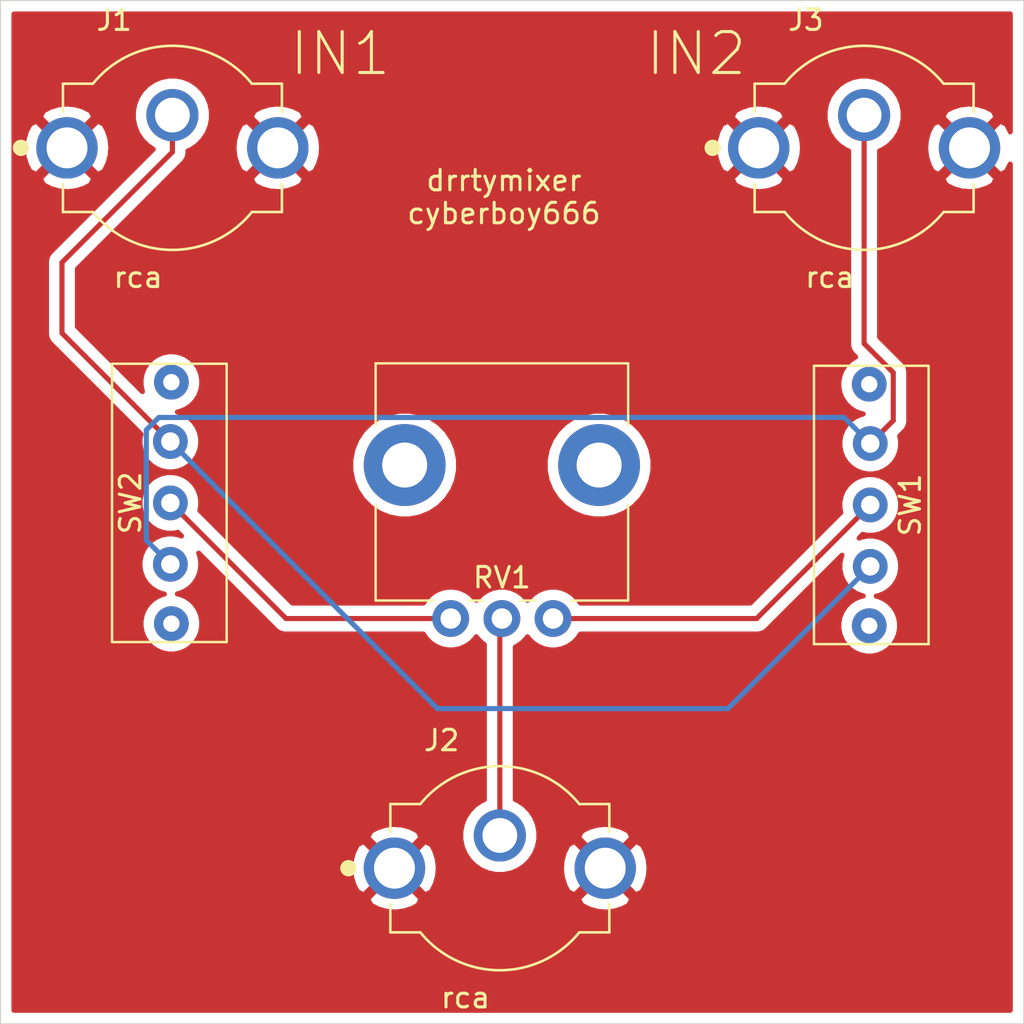
<source format=kicad_pcb>
(kicad_pcb (version 20171130) (host pcbnew "(5.1.4-0-10_14)")

  (general
    (thickness 1.6)
    (drawings 7)
    (tracks 24)
    (zones 0)
    (modules 6)
    (nets 7)
  )

  (page A4)
  (layers
    (0 F.Cu signal)
    (31 B.Cu signal)
    (32 B.Adhes user)
    (33 F.Adhes user)
    (34 B.Paste user)
    (35 F.Paste user)
    (36 B.SilkS user)
    (37 F.SilkS user)
    (38 B.Mask user)
    (39 F.Mask user)
    (40 Dwgs.User user)
    (41 Cmts.User user)
    (42 Eco1.User user)
    (43 Eco2.User user)
    (44 Edge.Cuts user)
    (45 Margin user)
    (46 B.CrtYd user)
    (47 F.CrtYd user)
    (48 B.Fab user)
    (49 F.Fab user)
  )

  (setup
    (last_trace_width 0.25)
    (user_trace_width 0.5)
    (trace_clearance 0.2)
    (zone_clearance 0.508)
    (zone_45_only no)
    (trace_min 0.2)
    (via_size 0.8)
    (via_drill 0.4)
    (via_min_size 0.4)
    (via_min_drill 0.3)
    (uvia_size 0.3)
    (uvia_drill 0.1)
    (uvias_allowed no)
    (uvia_min_size 0.2)
    (uvia_min_drill 0.1)
    (edge_width 0.05)
    (segment_width 0.2)
    (pcb_text_width 0.3)
    (pcb_text_size 1.5 1.5)
    (mod_edge_width 0.12)
    (mod_text_size 1 1)
    (mod_text_width 0.15)
    (pad_size 1.524 1.524)
    (pad_drill 0.762)
    (pad_to_mask_clearance 0.051)
    (solder_mask_min_width 0.25)
    (aux_axis_origin 0 0)
    (visible_elements FFFFFF7F)
    (pcbplotparams
      (layerselection 0x010fc_ffffffff)
      (usegerberextensions false)
      (usegerberattributes false)
      (usegerberadvancedattributes false)
      (creategerberjobfile false)
      (excludeedgelayer true)
      (linewidth 0.100000)
      (plotframeref false)
      (viasonmask false)
      (mode 1)
      (useauxorigin false)
      (hpglpennumber 1)
      (hpglpenspeed 20)
      (hpglpendiameter 15.000000)
      (psnegative false)
      (psa4output false)
      (plotreference true)
      (plotvalue true)
      (plotinvisibletext false)
      (padsonsilk false)
      (subtractmaskfromsilk false)
      (outputformat 1)
      (mirror false)
      (drillshape 1)
      (scaleselection 1)
      (outputdirectory ""))
  )

  (net 0 "")
  (net 1 "Net-(J1-Pad1)")
  (net 2 GND)
  (net 3 "Net-(J2-Pad1)")
  (net 4 "Net-(RV1-Pad1)")
  (net 5 "Net-(RV1-Pad3)")
  (net 6 "Net-(J3-Pad1)")

  (net_class Default "This is the default net class."
    (clearance 0.2)
    (trace_width 0.25)
    (via_dia 0.8)
    (via_drill 0.4)
    (uvia_dia 0.3)
    (uvia_drill 0.1)
    (add_net GND)
    (add_net "Net-(J1-Pad1)")
    (add_net "Net-(J2-Pad1)")
    (add_net "Net-(J3-Pad1)")
    (add_net "Net-(RV1-Pad1)")
    (add_net "Net-(RV1-Pad3)")
  )

  (module lib_fp:spdt_slide_switch_small_tayda (layer F.Cu) (tedit 5F9899C0) (tstamp 5FB188B4)
    (at 108.2 74.6 90)
    (path /5FB23C35)
    (fp_text reference SW2 (at 0.05 -1.85 90) (layer F.SilkS)
      (effects (font (size 1 1) (thickness 0.15)))
    )
    (fp_text value SW_SPDT (at 0.5 1.85 90) (layer F.Fab)
      (effects (font (size 1 1) (thickness 0.15)))
    )
    (fp_line (start -6.95 3.05) (end -6.95 -2.95) (layer F.CrtYd) (width 0.12))
    (fp_line (start 7.05 3.05) (end -6.95 3.05) (layer F.CrtYd) (width 0.12))
    (fp_line (start 7.05 -2.95) (end 7.05 3.05) (layer F.CrtYd) (width 0.12))
    (fp_line (start -6.95 -2.95) (end 7.05 -2.95) (layer F.CrtYd) (width 0.12))
    (fp_line (start -6.75 2.85) (end -6.75 -2.75) (layer F.SilkS) (width 0.12))
    (fp_line (start 6.85 2.85) (end -6.75 2.85) (layer F.SilkS) (width 0.12))
    (fp_line (start 6.85 -2.75) (end 6.85 2.85) (layer F.SilkS) (width 0.12))
    (fp_line (start -6.75 -2.75) (end 6.85 -2.75) (layer F.SilkS) (width 0.12))
    (pad "" thru_hole circle (at -5.85 0.15 90) (size 1.7 1.7) (drill 0.8) (layers *.Cu *.Mask))
    (pad "" thru_hole circle (at 5.95 0.15 90) (size 1.7 1.7) (drill 0.8) (layers *.Cu *.Mask))
    (pad 3 thru_hole circle (at 3.05 0.1 90) (size 1.7 1.7) (drill 0.9) (layers *.Cu *.Mask)
      (net 1 "Net-(J1-Pad1)"))
    (pad 2 thru_hole circle (at 0.05 0.1 90) (size 1.7 1.7) (drill 0.9) (layers *.Cu *.Mask)
      (net 5 "Net-(RV1-Pad3)"))
    (pad 1 thru_hole circle (at -2.95 0.1 90) (size 1.7 1.7) (drill 0.9) (layers *.Cu *.Mask)
      (net 6 "Net-(J3-Pad1)"))
    (model ${KIPRJMOD}/3dmodels/spdt_slide_switch.step
      (offset (xyz 0 -1.6 -4))
      (scale (xyz 1.35 1 1))
      (rotate (xyz 0 0 0))
    )
  )

  (module lib_fp:spdt_slide_switch_small_tayda (layer F.Cu) (tedit 5F9899C0) (tstamp 5FB188A3)
    (at 142.6 74.6 270)
    (path /5FB23500)
    (fp_text reference SW1 (at 0.05 -1.85 90) (layer F.SilkS)
      (effects (font (size 1 1) (thickness 0.15)))
    )
    (fp_text value SW_SPDT (at 0.5 1.85 90) (layer F.Fab)
      (effects (font (size 1 1) (thickness 0.15)))
    )
    (fp_line (start -6.95 3.05) (end -6.95 -2.95) (layer F.CrtYd) (width 0.12))
    (fp_line (start 7.05 3.05) (end -6.95 3.05) (layer F.CrtYd) (width 0.12))
    (fp_line (start 7.05 -2.95) (end 7.05 3.05) (layer F.CrtYd) (width 0.12))
    (fp_line (start -6.95 -2.95) (end 7.05 -2.95) (layer F.CrtYd) (width 0.12))
    (fp_line (start -6.75 2.85) (end -6.75 -2.75) (layer F.SilkS) (width 0.12))
    (fp_line (start 6.85 2.85) (end -6.75 2.85) (layer F.SilkS) (width 0.12))
    (fp_line (start 6.85 -2.75) (end 6.85 2.85) (layer F.SilkS) (width 0.12))
    (fp_line (start -6.75 -2.75) (end 6.85 -2.75) (layer F.SilkS) (width 0.12))
    (pad "" thru_hole circle (at -5.85 0.15 270) (size 1.7 1.7) (drill 0.8) (layers *.Cu *.Mask))
    (pad "" thru_hole circle (at 5.95 0.15 270) (size 1.7 1.7) (drill 0.8) (layers *.Cu *.Mask))
    (pad 3 thru_hole circle (at 3.05 0.1 270) (size 1.7 1.7) (drill 0.9) (layers *.Cu *.Mask)
      (net 1 "Net-(J1-Pad1)"))
    (pad 2 thru_hole circle (at 0.05 0.1 270) (size 1.7 1.7) (drill 0.9) (layers *.Cu *.Mask)
      (net 4 "Net-(RV1-Pad1)"))
    (pad 1 thru_hole circle (at -2.95 0.1 270) (size 1.7 1.7) (drill 0.9) (layers *.Cu *.Mask)
      (net 6 "Net-(J3-Pad1)"))
    (model ${KIPRJMOD}/3dmodels/spdt_slide_switch.step
      (offset (xyz 0 -1.6 -4))
      (scale (xyz 1.35 1 1))
      (rotate (xyz 0 0 0))
    )
  )

  (module lib_fp:pot_vertical_9mm (layer F.Cu) (tedit 5F9899E5) (tstamp 5FB18892)
    (at 127 80.2 90)
    (descr "Potentiometer, vertical, Alps RK09L Single, http://www.alps.com/prod/info/E/HTML/Potentiometer/RotaryPotentiometers/RK09L/RK09L_list.html")
    (tags "Potentiometer vertical Alps RK09L Single")
    (path /5FB18311)
    (fp_text reference RV1 (at 2 -2.5 180) (layer F.SilkS)
      (effects (font (size 1 1) (thickness 0.15)))
    )
    (fp_text value 1k_pot (at 3.45 -1.55 180) (layer F.Fab)
      (effects (font (size 1 1) (thickness 0.15)))
    )
    (fp_text user %R (at 2 -2.5) (layer F.Fab)
      (effects (font (size 1 1) (thickness 0.15)))
    )
    (fp_line (start 12.6 -9.5) (end -1.15 -9.5) (layer F.CrtYd) (width 0.05))
    (fp_line (start 12.6 4.5) (end 12.6 -9.5) (layer F.CrtYd) (width 0.05))
    (fp_line (start -1.15 4.5) (end 12.6 4.5) (layer F.CrtYd) (width 0.05))
    (fp_line (start -1.15 -9.5) (end -1.15 4.5) (layer F.CrtYd) (width 0.05))
    (fp_line (start 12.47 -8.67) (end 12.47 3.67) (layer F.SilkS) (width 0.12))
    (fp_line (start 0.88 0.87) (end 0.88 3.67) (layer F.SilkS) (width 0.12))
    (fp_line (start 0.88 -1.629) (end 0.88 -0.87) (layer F.SilkS) (width 0.12))
    (fp_line (start 0.88 -4.129) (end 0.88 -3.37) (layer F.SilkS) (width 0.12))
    (fp_line (start 0.88 -8.67) (end 0.88 -5.871) (layer F.SilkS) (width 0.12))
    (fp_line (start 9.455 3.67) (end 12.47 3.67) (layer F.SilkS) (width 0.12))
    (fp_line (start 0.88 3.67) (end 5.546 3.67) (layer F.SilkS) (width 0.12))
    (fp_line (start 9.455 -8.67) (end 12.47 -8.67) (layer F.SilkS) (width 0.12))
    (fp_line (start 0.88 -8.67) (end 5.546 -8.67) (layer F.SilkS) (width 0.12))
    (fp_line (start 12.35 -8.55) (end 1 -8.55) (layer F.Fab) (width 0.1))
    (fp_line (start 12.35 3.55) (end 12.35 -8.55) (layer F.Fab) (width 0.1))
    (fp_line (start 1 3.55) (end 12.35 3.55) (layer F.Fab) (width 0.1))
    (fp_line (start 1 -8.55) (end 1 3.55) (layer F.Fab) (width 0.1))
    (fp_circle (center 7.5 -2.5) (end 10.5 -2.5) (layer F.Fab) (width 0.1))
    (pad "" np_thru_hole circle (at 7.5 2.25 90) (size 4 4) (drill 2.2) (layers *.Cu *.Mask))
    (pad "" np_thru_hole circle (at 7.5 -7.25 90) (size 4 4) (drill 2.2) (layers *.Cu *.Mask))
    (pad 1 thru_hole circle (at 0 0 90) (size 1.8 1.8) (drill 1) (layers *.Cu *.Mask)
      (net 4 "Net-(RV1-Pad1)"))
    (pad 2 thru_hole circle (at 0 -2.5 90) (size 1.8 1.8) (drill 1) (layers *.Cu *.Mask)
      (net 3 "Net-(J2-Pad1)"))
    (pad 3 thru_hole circle (at 0 -5 90) (size 1.8 1.8) (drill 1) (layers *.Cu *.Mask)
      (net 5 "Net-(RV1-Pad3)"))
    (model ${KISYS3DMOD}/Potentiometer_THT.3dshapes/Potentiometer_Alps_RK09L_Single_Vertical.wrl
      (at (xyz 0 0 0))
      (scale (xyz 1 1 1))
      (rotate (xyz 0 0 0))
    )
    (model ${KIPRJMOD}/3dmodels/pot_vertical.step
      (offset (xyz 7 2.4 1))
      (scale (xyz 1 1 1))
      (rotate (xyz 0 0 -90))
    )
  )

  (module lib_fp:rca_vertical (layer F.Cu) (tedit 5F989BB0) (tstamp 5FB18876)
    (at 142.2 57.2)
    (descr "<b>DC POWER JACK</b><p>Source: DCJ0202.pdf")
    (path /5FB1D80E)
    (fp_text reference J3 (at -2.84404 -6.24388) (layer F.SilkS)
      (effects (font (size 1.00143 1.00143) (thickness 0.15)))
    )
    (fp_text value rca (at -1.67672 6.32154) (layer F.SilkS)
      (effects (font (size 1.00104 1.00104) (thickness 0.15)))
    )
    (fp_line (start 5.35 1.765) (end 5.35 3.135) (layer F.SilkS) (width 0.127))
    (fp_line (start 5.35 -3.135) (end 5.35 -1.765) (layer F.SilkS) (width 0.127))
    (fp_line (start -5.35 -3.135) (end -5.35 -1.765) (layer F.SilkS) (width 0.127))
    (fp_line (start -5.35 1.765) (end -5.35 3.135) (layer F.SilkS) (width 0.127))
    (fp_line (start -6.9 1.75) (end -5.6 1.75) (layer Eco1.User) (width 0.05))
    (fp_line (start -6.9 -1.7) (end -6.9 1.75) (layer Eco1.User) (width 0.05))
    (fp_line (start -5.6 -1.7) (end -6.9 -1.7) (layer Eco1.User) (width 0.05))
    (fp_line (start 6.95 1.7) (end 5.6 1.7) (layer Eco1.User) (width 0.05))
    (fp_line (start 6.95 -1.75) (end 6.95 1.7) (layer Eco1.User) (width 0.05))
    (fp_line (start 5.6 -1.75) (end 6.95 -1.75) (layer Eco1.User) (width 0.05))
    (fp_arc (start -0.002 0.223988) (end -3.901 3.385) (angle -101.9) (layer Eco1.User) (width 0.05))
    (fp_arc (start -0.004 -0.223988) (end 3.895 -3.385) (angle -101.9) (layer Eco1.User) (width 0.05))
    (fp_line (start 5.6 3.385) (end 3.904 3.385) (layer Eco1.User) (width 0.05))
    (fp_line (start -3.901 3.385) (end -5.6 3.385) (layer Eco1.User) (width 0.05))
    (fp_line (start -5.6 -3.385) (end -5.605 -3.385) (layer Eco1.User) (width 0.05))
    (fp_line (start -3.903 -3.385) (end -5.6 -3.385) (layer Eco1.User) (width 0.05))
    (fp_line (start 5.6 -3.385) (end 3.895 -3.385) (layer Eco1.User) (width 0.05))
    (fp_line (start 5.6 -1.75) (end 5.6 -3.385) (layer Eco1.User) (width 0.05))
    (fp_line (start 5.6 3.385) (end 5.6 1.7) (layer Eco1.User) (width 0.05))
    (fp_line (start -5.6 1.75) (end -5.6 3.385) (layer Eco1.User) (width 0.05))
    (fp_line (start -5.6 -3.385) (end -5.6 -1.7) (layer Eco1.User) (width 0.05))
    (fp_arc (start 0 -0.013851) (end -3.884 3.135) (angle -101.9) (layer F.SilkS) (width 0.127))
    (fp_arc (start 0 0.013851) (end 3.884 -3.135) (angle -101.9) (layer F.SilkS) (width 0.127))
    (fp_line (start 5.35 3.135) (end 3.884 3.135) (layer F.SilkS) (width 0.127))
    (fp_line (start -3.884 3.135) (end -5.35 3.135) (layer F.SilkS) (width 0.127))
    (fp_line (start -3.884 -3.135) (end -5.35 -3.135) (layer F.SilkS) (width 0.127))
    (fp_line (start 5.35 -3.135) (end 3.884 -3.135) (layer F.SilkS) (width 0.127))
    (fp_arc (start 0 -0.013851) (end -3.884 3.135) (angle -101.9) (layer Eco2.User) (width 0.127))
    (fp_arc (start 0 0.013851) (end 3.884 -3.135) (angle -101.9) (layer Eco2.User) (width 0.127))
    (fp_line (start 5.35 3.135) (end 3.884 3.135) (layer Eco2.User) (width 0.127))
    (fp_line (start -3.884 3.135) (end -5.35 3.135) (layer Eco2.User) (width 0.127))
    (fp_line (start -3.884 -3.135) (end -5.35 -3.135) (layer Eco2.User) (width 0.127))
    (fp_line (start 5.35 -3.135) (end 3.884 -3.135) (layer Eco2.User) (width 0.127))
    (fp_line (start 5.35 3.135) (end 5.35 -3.135) (layer Eco2.User) (width 0.127))
    (fp_line (start -5.35 -3.135) (end -5.35 3.135) (layer Eco2.User) (width 0.127))
    (fp_circle (center -7.4 0) (end -7.2 0) (layer F.SilkS) (width 0.4))
    (pad 1 thru_hole circle (at 0 -1.6) (size 2.55 2.55) (drill 1.7) (layers *.Cu *.Mask)
      (net 6 "Net-(J3-Pad1)"))
    (pad 2 thru_hole circle (at 5.15 0) (size 3 3) (drill 2) (layers *.Cu *.Mask)
      (net 2 GND))
    (pad 2 thru_hole circle (at -5.15 0) (size 3 3) (drill 2) (layers *.Cu *.Mask)
      (net 2 GND))
    (model ${KIPRJMOD}/3dmodels/rca_vertical.step
      (offset (xyz 0 0 -5))
      (scale (xyz 1 1 1))
      (rotate (xyz 90 90 180))
    )
  )

  (module lib_fp:rca_vertical (layer F.Cu) (tedit 5F989BB0) (tstamp 5FB1884B)
    (at 124.4 92.4)
    (descr "<b>DC POWER JACK</b><p>Source: DCJ0202.pdf")
    (path /5FB1BD8F)
    (fp_text reference J2 (at -2.84404 -6.24388) (layer F.SilkS)
      (effects (font (size 1.00143 1.00143) (thickness 0.15)))
    )
    (fp_text value rca (at -1.67672 6.32154) (layer F.SilkS)
      (effects (font (size 1.00104 1.00104) (thickness 0.15)))
    )
    (fp_line (start 5.35 1.765) (end 5.35 3.135) (layer F.SilkS) (width 0.127))
    (fp_line (start 5.35 -3.135) (end 5.35 -1.765) (layer F.SilkS) (width 0.127))
    (fp_line (start -5.35 -3.135) (end -5.35 -1.765) (layer F.SilkS) (width 0.127))
    (fp_line (start -5.35 1.765) (end -5.35 3.135) (layer F.SilkS) (width 0.127))
    (fp_line (start -6.9 1.75) (end -5.6 1.75) (layer Eco1.User) (width 0.05))
    (fp_line (start -6.9 -1.7) (end -6.9 1.75) (layer Eco1.User) (width 0.05))
    (fp_line (start -5.6 -1.7) (end -6.9 -1.7) (layer Eco1.User) (width 0.05))
    (fp_line (start 6.95 1.7) (end 5.6 1.7) (layer Eco1.User) (width 0.05))
    (fp_line (start 6.95 -1.75) (end 6.95 1.7) (layer Eco1.User) (width 0.05))
    (fp_line (start 5.6 -1.75) (end 6.95 -1.75) (layer Eco1.User) (width 0.05))
    (fp_arc (start -0.002 0.223988) (end -3.901 3.385) (angle -101.9) (layer Eco1.User) (width 0.05))
    (fp_arc (start -0.004 -0.223988) (end 3.895 -3.385) (angle -101.9) (layer Eco1.User) (width 0.05))
    (fp_line (start 5.6 3.385) (end 3.904 3.385) (layer Eco1.User) (width 0.05))
    (fp_line (start -3.901 3.385) (end -5.6 3.385) (layer Eco1.User) (width 0.05))
    (fp_line (start -5.6 -3.385) (end -5.605 -3.385) (layer Eco1.User) (width 0.05))
    (fp_line (start -3.903 -3.385) (end -5.6 -3.385) (layer Eco1.User) (width 0.05))
    (fp_line (start 5.6 -3.385) (end 3.895 -3.385) (layer Eco1.User) (width 0.05))
    (fp_line (start 5.6 -1.75) (end 5.6 -3.385) (layer Eco1.User) (width 0.05))
    (fp_line (start 5.6 3.385) (end 5.6 1.7) (layer Eco1.User) (width 0.05))
    (fp_line (start -5.6 1.75) (end -5.6 3.385) (layer Eco1.User) (width 0.05))
    (fp_line (start -5.6 -3.385) (end -5.6 -1.7) (layer Eco1.User) (width 0.05))
    (fp_arc (start 0 -0.013851) (end -3.884 3.135) (angle -101.9) (layer F.SilkS) (width 0.127))
    (fp_arc (start 0 0.013851) (end 3.884 -3.135) (angle -101.9) (layer F.SilkS) (width 0.127))
    (fp_line (start 5.35 3.135) (end 3.884 3.135) (layer F.SilkS) (width 0.127))
    (fp_line (start -3.884 3.135) (end -5.35 3.135) (layer F.SilkS) (width 0.127))
    (fp_line (start -3.884 -3.135) (end -5.35 -3.135) (layer F.SilkS) (width 0.127))
    (fp_line (start 5.35 -3.135) (end 3.884 -3.135) (layer F.SilkS) (width 0.127))
    (fp_arc (start 0 -0.013851) (end -3.884 3.135) (angle -101.9) (layer Eco2.User) (width 0.127))
    (fp_arc (start 0 0.013851) (end 3.884 -3.135) (angle -101.9) (layer Eco2.User) (width 0.127))
    (fp_line (start 5.35 3.135) (end 3.884 3.135) (layer Eco2.User) (width 0.127))
    (fp_line (start -3.884 3.135) (end -5.35 3.135) (layer Eco2.User) (width 0.127))
    (fp_line (start -3.884 -3.135) (end -5.35 -3.135) (layer Eco2.User) (width 0.127))
    (fp_line (start 5.35 -3.135) (end 3.884 -3.135) (layer Eco2.User) (width 0.127))
    (fp_line (start 5.35 3.135) (end 5.35 -3.135) (layer Eco2.User) (width 0.127))
    (fp_line (start -5.35 -3.135) (end -5.35 3.135) (layer Eco2.User) (width 0.127))
    (fp_circle (center -7.4 0) (end -7.2 0) (layer F.SilkS) (width 0.4))
    (pad 1 thru_hole circle (at 0 -1.6) (size 2.55 2.55) (drill 1.7) (layers *.Cu *.Mask)
      (net 3 "Net-(J2-Pad1)"))
    (pad 2 thru_hole circle (at 5.15 0) (size 3 3) (drill 2) (layers *.Cu *.Mask)
      (net 2 GND))
    (pad 2 thru_hole circle (at -5.15 0) (size 3 3) (drill 2) (layers *.Cu *.Mask)
      (net 2 GND))
    (model ${KIPRJMOD}/3dmodels/rca_vertical.step
      (offset (xyz 0 0 -5))
      (scale (xyz 1 1 1))
      (rotate (xyz 90 90 180))
    )
  )

  (module lib_fp:rca_vertical (layer F.Cu) (tedit 5F989BB0) (tstamp 5FB18820)
    (at 108.4 57.2)
    (descr "<b>DC POWER JACK</b><p>Source: DCJ0202.pdf")
    (path /5FB1E19E)
    (fp_text reference J1 (at -2.84404 -6.24388) (layer F.SilkS)
      (effects (font (size 1.00143 1.00143) (thickness 0.15)))
    )
    (fp_text value rca (at -1.67672 6.32154) (layer F.SilkS)
      (effects (font (size 1.00104 1.00104) (thickness 0.15)))
    )
    (fp_line (start 5.35 1.765) (end 5.35 3.135) (layer F.SilkS) (width 0.127))
    (fp_line (start 5.35 -3.135) (end 5.35 -1.765) (layer F.SilkS) (width 0.127))
    (fp_line (start -5.35 -3.135) (end -5.35 -1.765) (layer F.SilkS) (width 0.127))
    (fp_line (start -5.35 1.765) (end -5.35 3.135) (layer F.SilkS) (width 0.127))
    (fp_line (start -6.9 1.75) (end -5.6 1.75) (layer Eco1.User) (width 0.05))
    (fp_line (start -6.9 -1.7) (end -6.9 1.75) (layer Eco1.User) (width 0.05))
    (fp_line (start -5.6 -1.7) (end -6.9 -1.7) (layer Eco1.User) (width 0.05))
    (fp_line (start 6.95 1.7) (end 5.6 1.7) (layer Eco1.User) (width 0.05))
    (fp_line (start 6.95 -1.75) (end 6.95 1.7) (layer Eco1.User) (width 0.05))
    (fp_line (start 5.6 -1.75) (end 6.95 -1.75) (layer Eco1.User) (width 0.05))
    (fp_arc (start -0.002 0.223988) (end -3.901 3.385) (angle -101.9) (layer Eco1.User) (width 0.05))
    (fp_arc (start -0.004 -0.223988) (end 3.895 -3.385) (angle -101.9) (layer Eco1.User) (width 0.05))
    (fp_line (start 5.6 3.385) (end 3.904 3.385) (layer Eco1.User) (width 0.05))
    (fp_line (start -3.901 3.385) (end -5.6 3.385) (layer Eco1.User) (width 0.05))
    (fp_line (start -5.6 -3.385) (end -5.605 -3.385) (layer Eco1.User) (width 0.05))
    (fp_line (start -3.903 -3.385) (end -5.6 -3.385) (layer Eco1.User) (width 0.05))
    (fp_line (start 5.6 -3.385) (end 3.895 -3.385) (layer Eco1.User) (width 0.05))
    (fp_line (start 5.6 -1.75) (end 5.6 -3.385) (layer Eco1.User) (width 0.05))
    (fp_line (start 5.6 3.385) (end 5.6 1.7) (layer Eco1.User) (width 0.05))
    (fp_line (start -5.6 1.75) (end -5.6 3.385) (layer Eco1.User) (width 0.05))
    (fp_line (start -5.6 -3.385) (end -5.6 -1.7) (layer Eco1.User) (width 0.05))
    (fp_arc (start 0 -0.013851) (end -3.884 3.135) (angle -101.9) (layer F.SilkS) (width 0.127))
    (fp_arc (start 0 0.013851) (end 3.884 -3.135) (angle -101.9) (layer F.SilkS) (width 0.127))
    (fp_line (start 5.35 3.135) (end 3.884 3.135) (layer F.SilkS) (width 0.127))
    (fp_line (start -3.884 3.135) (end -5.35 3.135) (layer F.SilkS) (width 0.127))
    (fp_line (start -3.884 -3.135) (end -5.35 -3.135) (layer F.SilkS) (width 0.127))
    (fp_line (start 5.35 -3.135) (end 3.884 -3.135) (layer F.SilkS) (width 0.127))
    (fp_arc (start 0 -0.013851) (end -3.884 3.135) (angle -101.9) (layer Eco2.User) (width 0.127))
    (fp_arc (start 0 0.013851) (end 3.884 -3.135) (angle -101.9) (layer Eco2.User) (width 0.127))
    (fp_line (start 5.35 3.135) (end 3.884 3.135) (layer Eco2.User) (width 0.127))
    (fp_line (start -3.884 3.135) (end -5.35 3.135) (layer Eco2.User) (width 0.127))
    (fp_line (start -3.884 -3.135) (end -5.35 -3.135) (layer Eco2.User) (width 0.127))
    (fp_line (start 5.35 -3.135) (end 3.884 -3.135) (layer Eco2.User) (width 0.127))
    (fp_line (start 5.35 3.135) (end 5.35 -3.135) (layer Eco2.User) (width 0.127))
    (fp_line (start -5.35 -3.135) (end -5.35 3.135) (layer Eco2.User) (width 0.127))
    (fp_circle (center -7.4 0) (end -7.2 0) (layer F.SilkS) (width 0.4))
    (pad 1 thru_hole circle (at 0 -1.6) (size 2.55 2.55) (drill 1.7) (layers *.Cu *.Mask)
      (net 1 "Net-(J1-Pad1)"))
    (pad 2 thru_hole circle (at 5.15 0) (size 3 3) (drill 2) (layers *.Cu *.Mask)
      (net 2 GND))
    (pad 2 thru_hole circle (at -5.15 0) (size 3 3) (drill 2) (layers *.Cu *.Mask)
      (net 2 GND))
    (model ${KIPRJMOD}/3dmodels/rca_vertical.step
      (offset (xyz 0 0 -5))
      (scale (xyz 1 1 1))
      (rotate (xyz 90 90 180))
    )
  )

  (gr_text IN2 (at 134 52.6) (layer F.SilkS) (tstamp 5FB1910A)
    (effects (font (size 2 2) (thickness 0.15)))
  )
  (gr_text IN1 (at 116.6 52.6) (layer F.SilkS)
    (effects (font (size 2 2) (thickness 0.15)))
  )
  (gr_text "drrtymixer\ncyberboy666" (at 124.6 59.6) (layer F.SilkS)
    (effects (font (size 1 1) (thickness 0.15)))
  )
  (gr_line (start 100 100) (end 100 50) (layer Edge.Cuts) (width 0.05) (tstamp 5FB18ABC))
  (gr_line (start 150 100) (end 100 100) (layer Edge.Cuts) (width 0.05))
  (gr_line (start 150 50) (end 150 100) (layer Edge.Cuts) (width 0.05))
  (gr_line (start 100 50) (end 150 50) (layer Edge.Cuts) (width 0.05))

  (segment (start 108.4 57.403122) (end 103.003122 62.8) (width 0.25) (layer F.Cu) (net 1))
  (segment (start 108.4 55.6) (end 108.4 57.403122) (width 0.25) (layer F.Cu) (net 1))
  (segment (start 103.003122 66.253122) (end 108.3 71.55) (width 0.25) (layer F.Cu) (net 1))
  (segment (start 103.003122 62.8) (end 103.003122 66.253122) (width 0.25) (layer F.Cu) (net 1))
  (segment (start 108.3 71.55) (end 121.35 84.6) (width 0.25) (layer B.Cu) (net 1))
  (segment (start 135.55 84.6) (end 142.5 77.65) (width 0.25) (layer B.Cu) (net 1))
  (segment (start 121.35 84.6) (end 135.55 84.6) (width 0.25) (layer B.Cu) (net 1))
  (segment (start 124.4 80.3) (end 124.5 80.2) (width 0.25) (layer F.Cu) (net 3))
  (segment (start 124.4 90.8) (end 124.4 80.3) (width 0.25) (layer F.Cu) (net 3))
  (segment (start 136.95 80.2) (end 142.5 74.65) (width 0.25) (layer F.Cu) (net 4))
  (segment (start 127 80.2) (end 136.95 80.2) (width 0.25) (layer F.Cu) (net 4))
  (segment (start 113.95 80.2) (end 108.3 74.55) (width 0.25) (layer F.Cu) (net 5))
  (segment (start 122 80.2) (end 113.95 80.2) (width 0.25) (layer F.Cu) (net 5))
  (segment (start 143.349999 70.800001) (end 142.5 71.65) (width 0.25) (layer F.Cu) (net 6))
  (segment (start 143.625001 70.524999) (end 143.349999 70.800001) (width 0.25) (layer F.Cu) (net 6))
  (segment (start 143.625001 68.185999) (end 143.625001 70.524999) (width 0.25) (layer F.Cu) (net 6))
  (segment (start 142.2 66.760998) (end 143.625001 68.185999) (width 0.25) (layer F.Cu) (net 6))
  (segment (start 142.2 55.6) (end 142.2 66.760998) (width 0.25) (layer F.Cu) (net 6))
  (segment (start 141.650001 70.800001) (end 142.5 71.65) (width 0.25) (layer B.Cu) (net 6))
  (segment (start 141.224999 70.374999) (end 141.650001 70.800001) (width 0.25) (layer B.Cu) (net 6))
  (segment (start 107.735999 70.374999) (end 141.224999 70.374999) (width 0.25) (layer B.Cu) (net 6))
  (segment (start 107.124999 76.374999) (end 107.124999 70.985999) (width 0.25) (layer B.Cu) (net 6))
  (segment (start 107.124999 70.985999) (end 107.735999 70.374999) (width 0.25) (layer B.Cu) (net 6))
  (segment (start 108.3 77.55) (end 107.124999 76.374999) (width 0.25) (layer B.Cu) (net 6))

  (zone (net 2) (net_name GND) (layer F.Cu) (tstamp 0) (hatch edge 0.508)
    (connect_pads (clearance 0.508))
    (min_thickness 0.254)
    (fill yes (arc_segments 32) (thermal_gap 0.508) (thermal_bridge_width 0.508))
    (polygon
      (pts
        (xy 100 50) (xy 150 50) (xy 150 100) (xy 100 100)
      )
    )
    (filled_polygon
      (pts
        (xy 149.34 56.415727) (xy 149.315243 56.339617) (xy 149.157214 56.043962) (xy 148.841653 55.887952) (xy 147.529605 57.2)
        (xy 148.841653 58.512048) (xy 149.157214 58.356038) (xy 149.34 57.997008) (xy 149.340001 99.34) (xy 100.66 99.34)
        (xy 100.66 93.891653) (xy 117.937952 93.891653) (xy 118.093962 94.207214) (xy 118.468745 94.39802) (xy 118.873551 94.512044)
        (xy 119.292824 94.544902) (xy 119.710451 94.495334) (xy 120.110383 94.365243) (xy 120.406038 94.207214) (xy 120.562048 93.891653)
        (xy 128.237952 93.891653) (xy 128.393962 94.207214) (xy 128.768745 94.39802) (xy 129.173551 94.512044) (xy 129.592824 94.544902)
        (xy 130.010451 94.495334) (xy 130.410383 94.365243) (xy 130.706038 94.207214) (xy 130.862048 93.891653) (xy 129.55 92.579605)
        (xy 128.237952 93.891653) (xy 120.562048 93.891653) (xy 119.25 92.579605) (xy 117.937952 93.891653) (xy 100.66 93.891653)
        (xy 100.66 92.442824) (xy 117.105098 92.442824) (xy 117.154666 92.860451) (xy 117.284757 93.260383) (xy 117.442786 93.556038)
        (xy 117.758347 93.712048) (xy 119.070395 92.4) (xy 119.429605 92.4) (xy 120.741653 93.712048) (xy 121.057214 93.556038)
        (xy 121.24802 93.181255) (xy 121.362044 92.776449) (xy 121.394902 92.357176) (xy 121.345334 91.939549) (xy 121.215243 91.539617)
        (xy 121.057214 91.243962) (xy 120.741653 91.087952) (xy 119.429605 92.4) (xy 119.070395 92.4) (xy 117.758347 91.087952)
        (xy 117.442786 91.243962) (xy 117.25198 91.618745) (xy 117.137956 92.023551) (xy 117.105098 92.442824) (xy 100.66 92.442824)
        (xy 100.66 90.908347) (xy 117.937952 90.908347) (xy 119.25 92.220395) (xy 120.562048 90.908347) (xy 120.406038 90.592786)
        (xy 120.031255 90.40198) (xy 119.626449 90.287956) (xy 119.207176 90.255098) (xy 118.789549 90.304666) (xy 118.389617 90.434757)
        (xy 118.093962 90.592786) (xy 117.937952 90.908347) (xy 100.66 90.908347) (xy 100.66 74.40374) (xy 106.815 74.40374)
        (xy 106.815 74.69626) (xy 106.872068 74.983158) (xy 106.98401 75.253411) (xy 107.146525 75.496632) (xy 107.353368 75.703475)
        (xy 107.596589 75.86599) (xy 107.866842 75.977932) (xy 108.15374 76.035) (xy 108.44626 76.035) (xy 108.666408 75.991209)
        (xy 108.842598 76.167399) (xy 108.733158 76.122068) (xy 108.44626 76.065) (xy 108.15374 76.065) (xy 107.866842 76.122068)
        (xy 107.596589 76.23401) (xy 107.353368 76.396525) (xy 107.146525 76.603368) (xy 106.98401 76.846589) (xy 106.872068 77.116842)
        (xy 106.815 77.40374) (xy 106.815 77.69626) (xy 106.872068 77.983158) (xy 106.98401 78.253411) (xy 107.146525 78.496632)
        (xy 107.353368 78.703475) (xy 107.596589 78.86599) (xy 107.866842 78.977932) (xy 108.002784 79.004973) (xy 107.916842 79.022068)
        (xy 107.646589 79.13401) (xy 107.403368 79.296525) (xy 107.196525 79.503368) (xy 107.03401 79.746589) (xy 106.922068 80.016842)
        (xy 106.865 80.30374) (xy 106.865 80.59626) (xy 106.922068 80.883158) (xy 107.03401 81.153411) (xy 107.196525 81.396632)
        (xy 107.403368 81.603475) (xy 107.646589 81.76599) (xy 107.916842 81.877932) (xy 108.20374 81.935) (xy 108.49626 81.935)
        (xy 108.783158 81.877932) (xy 109.053411 81.76599) (xy 109.296632 81.603475) (xy 109.503475 81.396632) (xy 109.66599 81.153411)
        (xy 109.777932 80.883158) (xy 109.835 80.59626) (xy 109.835 80.30374) (xy 109.777932 80.016842) (xy 109.66599 79.746589)
        (xy 109.503475 79.503368) (xy 109.296632 79.296525) (xy 109.053411 79.13401) (xy 108.783158 79.022068) (xy 108.647216 78.995027)
        (xy 108.733158 78.977932) (xy 109.003411 78.86599) (xy 109.246632 78.703475) (xy 109.453475 78.496632) (xy 109.61599 78.253411)
        (xy 109.727932 77.983158) (xy 109.785 77.69626) (xy 109.785 77.40374) (xy 109.727932 77.116842) (xy 109.682601 77.007402)
        (xy 113.3862 80.711002) (xy 113.409999 80.740001) (xy 113.438997 80.763799) (xy 113.525724 80.834974) (xy 113.657753 80.905546)
        (xy 113.801014 80.949003) (xy 113.95 80.963677) (xy 113.987333 80.96) (xy 120.661687 80.96) (xy 120.807688 81.178505)
        (xy 121.021495 81.392312) (xy 121.272905 81.560299) (xy 121.552257 81.676011) (xy 121.848816 81.735) (xy 122.151184 81.735)
        (xy 122.447743 81.676011) (xy 122.727095 81.560299) (xy 122.978505 81.392312) (xy 123.192312 81.178505) (xy 123.25 81.092169)
        (xy 123.307688 81.178505) (xy 123.521495 81.392312) (xy 123.640001 81.471495) (xy 123.64 89.047433) (xy 123.495276 89.10738)
        (xy 123.182446 89.316406) (xy 122.916406 89.582446) (xy 122.70738 89.895276) (xy 122.5634 90.242873) (xy 122.49 90.611881)
        (xy 122.49 90.988119) (xy 122.5634 91.357127) (xy 122.70738 91.704724) (xy 122.916406 92.017554) (xy 123.182446 92.283594)
        (xy 123.495276 92.49262) (xy 123.842873 92.6366) (xy 124.211881 92.71) (xy 124.588119 92.71) (xy 124.957127 92.6366)
        (xy 125.304724 92.49262) (xy 125.379249 92.442824) (xy 127.405098 92.442824) (xy 127.454666 92.860451) (xy 127.584757 93.260383)
        (xy 127.742786 93.556038) (xy 128.058347 93.712048) (xy 129.370395 92.4) (xy 129.729605 92.4) (xy 131.041653 93.712048)
        (xy 131.357214 93.556038) (xy 131.54802 93.181255) (xy 131.662044 92.776449) (xy 131.694902 92.357176) (xy 131.645334 91.939549)
        (xy 131.515243 91.539617) (xy 131.357214 91.243962) (xy 131.041653 91.087952) (xy 129.729605 92.4) (xy 129.370395 92.4)
        (xy 128.058347 91.087952) (xy 127.742786 91.243962) (xy 127.55198 91.618745) (xy 127.437956 92.023551) (xy 127.405098 92.442824)
        (xy 125.379249 92.442824) (xy 125.617554 92.283594) (xy 125.883594 92.017554) (xy 126.09262 91.704724) (xy 126.2366 91.357127)
        (xy 126.31 90.988119) (xy 126.31 90.908347) (xy 128.237952 90.908347) (xy 129.55 92.220395) (xy 130.862048 90.908347)
        (xy 130.706038 90.592786) (xy 130.331255 90.40198) (xy 129.926449 90.287956) (xy 129.507176 90.255098) (xy 129.089549 90.304666)
        (xy 128.689617 90.434757) (xy 128.393962 90.592786) (xy 128.237952 90.908347) (xy 126.31 90.908347) (xy 126.31 90.611881)
        (xy 126.2366 90.242873) (xy 126.09262 89.895276) (xy 125.883594 89.582446) (xy 125.617554 89.316406) (xy 125.304724 89.10738)
        (xy 125.16 89.047433) (xy 125.16 81.588091) (xy 125.227095 81.560299) (xy 125.478505 81.392312) (xy 125.692312 81.178505)
        (xy 125.75 81.092169) (xy 125.807688 81.178505) (xy 126.021495 81.392312) (xy 126.272905 81.560299) (xy 126.552257 81.676011)
        (xy 126.848816 81.735) (xy 127.151184 81.735) (xy 127.447743 81.676011) (xy 127.727095 81.560299) (xy 127.978505 81.392312)
        (xy 128.192312 81.178505) (xy 128.338313 80.96) (xy 136.912678 80.96) (xy 136.95 80.963676) (xy 136.987322 80.96)
        (xy 136.987333 80.96) (xy 137.098986 80.949003) (xy 137.242247 80.905546) (xy 137.374276 80.834974) (xy 137.490001 80.740001)
        (xy 137.513804 80.710997) (xy 141.117399 77.107403) (xy 141.072068 77.216842) (xy 141.015 77.50374) (xy 141.015 77.79626)
        (xy 141.072068 78.083158) (xy 141.18401 78.353411) (xy 141.346525 78.596632) (xy 141.553368 78.803475) (xy 141.796589 78.96599)
        (xy 142.066842 79.077932) (xy 142.152784 79.095027) (xy 142.016842 79.122068) (xy 141.746589 79.23401) (xy 141.503368 79.396525)
        (xy 141.296525 79.603368) (xy 141.13401 79.846589) (xy 141.022068 80.116842) (xy 140.965 80.40374) (xy 140.965 80.69626)
        (xy 141.022068 80.983158) (xy 141.13401 81.253411) (xy 141.296525 81.496632) (xy 141.503368 81.703475) (xy 141.746589 81.86599)
        (xy 142.016842 81.977932) (xy 142.30374 82.035) (xy 142.59626 82.035) (xy 142.883158 81.977932) (xy 143.153411 81.86599)
        (xy 143.396632 81.703475) (xy 143.603475 81.496632) (xy 143.76599 81.253411) (xy 143.877932 80.983158) (xy 143.935 80.69626)
        (xy 143.935 80.40374) (xy 143.877932 80.116842) (xy 143.76599 79.846589) (xy 143.603475 79.603368) (xy 143.396632 79.396525)
        (xy 143.153411 79.23401) (xy 142.883158 79.122068) (xy 142.797216 79.104973) (xy 142.933158 79.077932) (xy 143.203411 78.96599)
        (xy 143.446632 78.803475) (xy 143.653475 78.596632) (xy 143.81599 78.353411) (xy 143.927932 78.083158) (xy 143.985 77.79626)
        (xy 143.985 77.50374) (xy 143.927932 77.216842) (xy 143.81599 76.946589) (xy 143.653475 76.703368) (xy 143.446632 76.496525)
        (xy 143.203411 76.33401) (xy 142.933158 76.222068) (xy 142.64626 76.165) (xy 142.35374 76.165) (xy 142.066842 76.222068)
        (xy 141.957403 76.267399) (xy 142.133592 76.09121) (xy 142.35374 76.135) (xy 142.64626 76.135) (xy 142.933158 76.077932)
        (xy 143.203411 75.96599) (xy 143.446632 75.803475) (xy 143.653475 75.596632) (xy 143.81599 75.353411) (xy 143.927932 75.083158)
        (xy 143.985 74.79626) (xy 143.985 74.50374) (xy 143.927932 74.216842) (xy 143.81599 73.946589) (xy 143.653475 73.703368)
        (xy 143.446632 73.496525) (xy 143.203411 73.33401) (xy 142.933158 73.222068) (xy 142.64626 73.165) (xy 142.35374 73.165)
        (xy 142.066842 73.222068) (xy 141.796589 73.33401) (xy 141.553368 73.496525) (xy 141.346525 73.703368) (xy 141.18401 73.946589)
        (xy 141.072068 74.216842) (xy 141.015 74.50374) (xy 141.015 74.79626) (xy 141.05879 75.016408) (xy 136.635199 79.44)
        (xy 128.338313 79.44) (xy 128.192312 79.221495) (xy 127.978505 79.007688) (xy 127.727095 78.839701) (xy 127.447743 78.723989)
        (xy 127.151184 78.665) (xy 126.848816 78.665) (xy 126.552257 78.723989) (xy 126.272905 78.839701) (xy 126.021495 79.007688)
        (xy 125.807688 79.221495) (xy 125.75 79.307831) (xy 125.692312 79.221495) (xy 125.478505 79.007688) (xy 125.227095 78.839701)
        (xy 124.947743 78.723989) (xy 124.651184 78.665) (xy 124.348816 78.665) (xy 124.052257 78.723989) (xy 123.772905 78.839701)
        (xy 123.521495 79.007688) (xy 123.307688 79.221495) (xy 123.25 79.307831) (xy 123.192312 79.221495) (xy 122.978505 79.007688)
        (xy 122.727095 78.839701) (xy 122.447743 78.723989) (xy 122.151184 78.665) (xy 121.848816 78.665) (xy 121.552257 78.723989)
        (xy 121.272905 78.839701) (xy 121.021495 79.007688) (xy 120.807688 79.221495) (xy 120.661687 79.44) (xy 114.264802 79.44)
        (xy 109.741209 74.916408) (xy 109.785 74.69626) (xy 109.785 74.40374) (xy 109.727932 74.116842) (xy 109.61599 73.846589)
        (xy 109.453475 73.603368) (xy 109.246632 73.396525) (xy 109.003411 73.23401) (xy 108.733158 73.122068) (xy 108.44626 73.065)
        (xy 108.15374 73.065) (xy 107.866842 73.122068) (xy 107.596589 73.23401) (xy 107.353368 73.396525) (xy 107.146525 73.603368)
        (xy 106.98401 73.846589) (xy 106.872068 74.116842) (xy 106.815 74.40374) (xy 100.66 74.40374) (xy 100.66 62.8)
        (xy 102.239446 62.8) (xy 102.243122 62.837323) (xy 102.243123 66.21579) (xy 102.239446 66.253122) (xy 102.25412 66.402107)
        (xy 102.297576 66.545368) (xy 102.368148 66.677398) (xy 102.436758 66.760998) (xy 102.463122 66.793123) (xy 102.49212 66.816921)
        (xy 106.85879 71.183592) (xy 106.815 71.40374) (xy 106.815 71.69626) (xy 106.872068 71.983158) (xy 106.98401 72.253411)
        (xy 107.146525 72.496632) (xy 107.353368 72.703475) (xy 107.596589 72.86599) (xy 107.866842 72.977932) (xy 108.15374 73.035)
        (xy 108.44626 73.035) (xy 108.733158 72.977932) (xy 109.003411 72.86599) (xy 109.246632 72.703475) (xy 109.453475 72.496632)
        (xy 109.490997 72.440475) (xy 117.115 72.440475) (xy 117.115 72.959525) (xy 117.216261 73.468601) (xy 117.414893 73.948141)
        (xy 117.703262 74.379715) (xy 118.070285 74.746738) (xy 118.501859 75.035107) (xy 118.981399 75.233739) (xy 119.490475 75.335)
        (xy 120.009525 75.335) (xy 120.518601 75.233739) (xy 120.998141 75.035107) (xy 121.429715 74.746738) (xy 121.796738 74.379715)
        (xy 122.085107 73.948141) (xy 122.283739 73.468601) (xy 122.385 72.959525) (xy 122.385 72.440475) (xy 126.615 72.440475)
        (xy 126.615 72.959525) (xy 126.716261 73.468601) (xy 126.914893 73.948141) (xy 127.203262 74.379715) (xy 127.570285 74.746738)
        (xy 128.001859 75.035107) (xy 128.481399 75.233739) (xy 128.990475 75.335) (xy 129.509525 75.335) (xy 130.018601 75.233739)
        (xy 130.498141 75.035107) (xy 130.929715 74.746738) (xy 131.296738 74.379715) (xy 131.585107 73.948141) (xy 131.783739 73.468601)
        (xy 131.885 72.959525) (xy 131.885 72.440475) (xy 131.783739 71.931399) (xy 131.585107 71.451859) (xy 131.296738 71.020285)
        (xy 130.929715 70.653262) (xy 130.498141 70.364893) (xy 130.018601 70.166261) (xy 129.509525 70.065) (xy 128.990475 70.065)
        (xy 128.481399 70.166261) (xy 128.001859 70.364893) (xy 127.570285 70.653262) (xy 127.203262 71.020285) (xy 126.914893 71.451859)
        (xy 126.716261 71.931399) (xy 126.615 72.440475) (xy 122.385 72.440475) (xy 122.283739 71.931399) (xy 122.085107 71.451859)
        (xy 121.796738 71.020285) (xy 121.429715 70.653262) (xy 120.998141 70.364893) (xy 120.518601 70.166261) (xy 120.009525 70.065)
        (xy 119.490475 70.065) (xy 118.981399 70.166261) (xy 118.501859 70.364893) (xy 118.070285 70.653262) (xy 117.703262 71.020285)
        (xy 117.414893 71.451859) (xy 117.216261 71.931399) (xy 117.115 72.440475) (xy 109.490997 72.440475) (xy 109.61599 72.253411)
        (xy 109.727932 71.983158) (xy 109.785 71.69626) (xy 109.785 71.40374) (xy 109.727932 71.116842) (xy 109.61599 70.846589)
        (xy 109.453475 70.603368) (xy 109.246632 70.396525) (xy 109.003411 70.23401) (xy 108.733158 70.122068) (xy 108.647216 70.104973)
        (xy 108.783158 70.077932) (xy 109.053411 69.96599) (xy 109.296632 69.803475) (xy 109.503475 69.596632) (xy 109.66599 69.353411)
        (xy 109.777932 69.083158) (xy 109.835 68.79626) (xy 109.835 68.50374) (xy 109.777932 68.216842) (xy 109.66599 67.946589)
        (xy 109.503475 67.703368) (xy 109.296632 67.496525) (xy 109.053411 67.33401) (xy 108.783158 67.222068) (xy 108.49626 67.165)
        (xy 108.20374 67.165) (xy 107.916842 67.222068) (xy 107.646589 67.33401) (xy 107.403368 67.496525) (xy 107.196525 67.703368)
        (xy 107.03401 67.946589) (xy 106.922068 68.216842) (xy 106.865 68.50374) (xy 106.865 68.79626) (xy 106.922068 69.083158)
        (xy 106.932044 69.107242) (xy 103.763122 65.938321) (xy 103.763122 63.114801) (xy 108.18627 58.691653) (xy 112.237952 58.691653)
        (xy 112.393962 59.007214) (xy 112.768745 59.19802) (xy 113.173551 59.312044) (xy 113.592824 59.344902) (xy 114.010451 59.295334)
        (xy 114.410383 59.165243) (xy 114.706038 59.007214) (xy 114.862048 58.691653) (xy 135.737952 58.691653) (xy 135.893962 59.007214)
        (xy 136.268745 59.19802) (xy 136.673551 59.312044) (xy 137.092824 59.344902) (xy 137.510451 59.295334) (xy 137.910383 59.165243)
        (xy 138.206038 59.007214) (xy 138.362048 58.691653) (xy 137.05 57.379605) (xy 135.737952 58.691653) (xy 114.862048 58.691653)
        (xy 113.55 57.379605) (xy 112.237952 58.691653) (xy 108.18627 58.691653) (xy 108.911003 57.966921) (xy 108.940001 57.943123)
        (xy 108.966332 57.911039) (xy 109.034974 57.827399) (xy 109.105546 57.695369) (xy 109.141619 57.576449) (xy 109.149003 57.552108)
        (xy 109.16 57.440455) (xy 109.16 57.440446) (xy 109.163676 57.403123) (xy 109.16 57.3658) (xy 109.16 57.352567)
        (xy 109.304724 57.29262) (xy 109.379249 57.242824) (xy 111.405098 57.242824) (xy 111.454666 57.660451) (xy 111.584757 58.060383)
        (xy 111.742786 58.356038) (xy 112.058347 58.512048) (xy 113.370395 57.2) (xy 113.729605 57.2) (xy 115.041653 58.512048)
        (xy 115.357214 58.356038) (xy 115.54802 57.981255) (xy 115.662044 57.576449) (xy 115.688189 57.242824) (xy 134.905098 57.242824)
        (xy 134.954666 57.660451) (xy 135.084757 58.060383) (xy 135.242786 58.356038) (xy 135.558347 58.512048) (xy 136.870395 57.2)
        (xy 137.229605 57.2) (xy 138.541653 58.512048) (xy 138.857214 58.356038) (xy 139.04802 57.981255) (xy 139.162044 57.576449)
        (xy 139.194902 57.157176) (xy 139.145334 56.739549) (xy 139.015243 56.339617) (xy 138.857214 56.043962) (xy 138.541653 55.887952)
        (xy 137.229605 57.2) (xy 136.870395 57.2) (xy 135.558347 55.887952) (xy 135.242786 56.043962) (xy 135.05198 56.418745)
        (xy 134.937956 56.823551) (xy 134.905098 57.242824) (xy 115.688189 57.242824) (xy 115.694902 57.157176) (xy 115.645334 56.739549)
        (xy 115.515243 56.339617) (xy 115.357214 56.043962) (xy 115.041653 55.887952) (xy 113.729605 57.2) (xy 113.370395 57.2)
        (xy 112.058347 55.887952) (xy 111.742786 56.043962) (xy 111.55198 56.418745) (xy 111.437956 56.823551) (xy 111.405098 57.242824)
        (xy 109.379249 57.242824) (xy 109.617554 57.083594) (xy 109.883594 56.817554) (xy 110.09262 56.504724) (xy 110.2366 56.157127)
        (xy 110.31 55.788119) (xy 110.31 55.708347) (xy 112.237952 55.708347) (xy 113.55 57.020395) (xy 114.862048 55.708347)
        (xy 135.737952 55.708347) (xy 137.05 57.020395) (xy 138.362048 55.708347) (xy 138.215479 55.411881) (xy 140.29 55.411881)
        (xy 140.29 55.788119) (xy 140.3634 56.157127) (xy 140.50738 56.504724) (xy 140.716406 56.817554) (xy 140.982446 57.083594)
        (xy 141.295276 57.29262) (xy 141.44 57.352567) (xy 141.440001 66.723666) (xy 141.436324 66.760998) (xy 141.450998 66.909983)
        (xy 141.494454 67.053244) (xy 141.565026 67.185274) (xy 141.630456 67.265) (xy 141.66 67.300999) (xy 141.688998 67.324797)
        (xy 141.783091 67.41889) (xy 141.746589 67.43401) (xy 141.503368 67.596525) (xy 141.296525 67.803368) (xy 141.13401 68.046589)
        (xy 141.022068 68.316842) (xy 140.965 68.60374) (xy 140.965 68.89626) (xy 141.022068 69.183158) (xy 141.13401 69.453411)
        (xy 141.296525 69.696632) (xy 141.503368 69.903475) (xy 141.746589 70.06599) (xy 142.016842 70.177932) (xy 142.152784 70.204973)
        (xy 142.066842 70.222068) (xy 141.796589 70.33401) (xy 141.553368 70.496525) (xy 141.346525 70.703368) (xy 141.18401 70.946589)
        (xy 141.072068 71.216842) (xy 141.015 71.50374) (xy 141.015 71.79626) (xy 141.072068 72.083158) (xy 141.18401 72.353411)
        (xy 141.346525 72.596632) (xy 141.553368 72.803475) (xy 141.796589 72.96599) (xy 142.066842 73.077932) (xy 142.35374 73.135)
        (xy 142.64626 73.135) (xy 142.933158 73.077932) (xy 143.203411 72.96599) (xy 143.446632 72.803475) (xy 143.653475 72.596632)
        (xy 143.81599 72.353411) (xy 143.927932 72.083158) (xy 143.985 71.79626) (xy 143.985 71.50374) (xy 143.941209 71.283592)
        (xy 144.135998 71.088803) (xy 144.165002 71.065) (xy 144.259975 70.949275) (xy 144.330547 70.817246) (xy 144.374004 70.673985)
        (xy 144.385001 70.562332) (xy 144.388678 70.524999) (xy 144.385001 70.487666) (xy 144.385001 68.223324) (xy 144.388677 68.185999)
        (xy 144.385001 68.148674) (xy 144.385001 68.148666) (xy 144.374004 68.037013) (xy 144.330547 67.893752) (xy 144.259975 67.761723)
        (xy 144.165002 67.645998) (xy 144.136005 67.622201) (xy 142.96 66.446197) (xy 142.96 58.691653) (xy 146.037952 58.691653)
        (xy 146.193962 59.007214) (xy 146.568745 59.19802) (xy 146.973551 59.312044) (xy 147.392824 59.344902) (xy 147.810451 59.295334)
        (xy 148.210383 59.165243) (xy 148.506038 59.007214) (xy 148.662048 58.691653) (xy 147.35 57.379605) (xy 146.037952 58.691653)
        (xy 142.96 58.691653) (xy 142.96 57.352567) (xy 143.104724 57.29262) (xy 143.179249 57.242824) (xy 145.205098 57.242824)
        (xy 145.254666 57.660451) (xy 145.384757 58.060383) (xy 145.542786 58.356038) (xy 145.858347 58.512048) (xy 147.170395 57.2)
        (xy 145.858347 55.887952) (xy 145.542786 56.043962) (xy 145.35198 56.418745) (xy 145.237956 56.823551) (xy 145.205098 57.242824)
        (xy 143.179249 57.242824) (xy 143.417554 57.083594) (xy 143.683594 56.817554) (xy 143.89262 56.504724) (xy 144.0366 56.157127)
        (xy 144.11 55.788119) (xy 144.11 55.708347) (xy 146.037952 55.708347) (xy 147.35 57.020395) (xy 148.662048 55.708347)
        (xy 148.506038 55.392786) (xy 148.131255 55.20198) (xy 147.726449 55.087956) (xy 147.307176 55.055098) (xy 146.889549 55.104666)
        (xy 146.489617 55.234757) (xy 146.193962 55.392786) (xy 146.037952 55.708347) (xy 144.11 55.708347) (xy 144.11 55.411881)
        (xy 144.0366 55.042873) (xy 143.89262 54.695276) (xy 143.683594 54.382446) (xy 143.417554 54.116406) (xy 143.104724 53.90738)
        (xy 142.757127 53.7634) (xy 142.388119 53.69) (xy 142.011881 53.69) (xy 141.642873 53.7634) (xy 141.295276 53.90738)
        (xy 140.982446 54.116406) (xy 140.716406 54.382446) (xy 140.50738 54.695276) (xy 140.3634 55.042873) (xy 140.29 55.411881)
        (xy 138.215479 55.411881) (xy 138.206038 55.392786) (xy 137.831255 55.20198) (xy 137.426449 55.087956) (xy 137.007176 55.055098)
        (xy 136.589549 55.104666) (xy 136.189617 55.234757) (xy 135.893962 55.392786) (xy 135.737952 55.708347) (xy 114.862048 55.708347)
        (xy 114.706038 55.392786) (xy 114.331255 55.20198) (xy 113.926449 55.087956) (xy 113.507176 55.055098) (xy 113.089549 55.104666)
        (xy 112.689617 55.234757) (xy 112.393962 55.392786) (xy 112.237952 55.708347) (xy 110.31 55.708347) (xy 110.31 55.411881)
        (xy 110.2366 55.042873) (xy 110.09262 54.695276) (xy 109.883594 54.382446) (xy 109.617554 54.116406) (xy 109.304724 53.90738)
        (xy 108.957127 53.7634) (xy 108.588119 53.69) (xy 108.211881 53.69) (xy 107.842873 53.7634) (xy 107.495276 53.90738)
        (xy 107.182446 54.116406) (xy 106.916406 54.382446) (xy 106.70738 54.695276) (xy 106.5634 55.042873) (xy 106.49 55.411881)
        (xy 106.49 55.788119) (xy 106.5634 56.157127) (xy 106.70738 56.504724) (xy 106.916406 56.817554) (xy 107.182446 57.083594)
        (xy 107.459563 57.268757) (xy 102.492125 62.236196) (xy 102.463121 62.259999) (xy 102.407993 62.327174) (xy 102.368148 62.375724)
        (xy 102.297577 62.507753) (xy 102.297576 62.507754) (xy 102.254119 62.651015) (xy 102.243122 62.762668) (xy 102.243122 62.762678)
        (xy 102.239446 62.8) (xy 100.66 62.8) (xy 100.66 58.691653) (xy 101.937952 58.691653) (xy 102.093962 59.007214)
        (xy 102.468745 59.19802) (xy 102.873551 59.312044) (xy 103.292824 59.344902) (xy 103.710451 59.295334) (xy 104.110383 59.165243)
        (xy 104.406038 59.007214) (xy 104.562048 58.691653) (xy 103.25 57.379605) (xy 101.937952 58.691653) (xy 100.66 58.691653)
        (xy 100.66 57.242824) (xy 101.105098 57.242824) (xy 101.154666 57.660451) (xy 101.284757 58.060383) (xy 101.442786 58.356038)
        (xy 101.758347 58.512048) (xy 103.070395 57.2) (xy 103.429605 57.2) (xy 104.741653 58.512048) (xy 105.057214 58.356038)
        (xy 105.24802 57.981255) (xy 105.362044 57.576449) (xy 105.394902 57.157176) (xy 105.345334 56.739549) (xy 105.215243 56.339617)
        (xy 105.057214 56.043962) (xy 104.741653 55.887952) (xy 103.429605 57.2) (xy 103.070395 57.2) (xy 101.758347 55.887952)
        (xy 101.442786 56.043962) (xy 101.25198 56.418745) (xy 101.137956 56.823551) (xy 101.105098 57.242824) (xy 100.66 57.242824)
        (xy 100.66 55.708347) (xy 101.937952 55.708347) (xy 103.25 57.020395) (xy 104.562048 55.708347) (xy 104.406038 55.392786)
        (xy 104.031255 55.20198) (xy 103.626449 55.087956) (xy 103.207176 55.055098) (xy 102.789549 55.104666) (xy 102.389617 55.234757)
        (xy 102.093962 55.392786) (xy 101.937952 55.708347) (xy 100.66 55.708347) (xy 100.66 50.66) (xy 149.34 50.66)
      )
    )
  )
)

</source>
